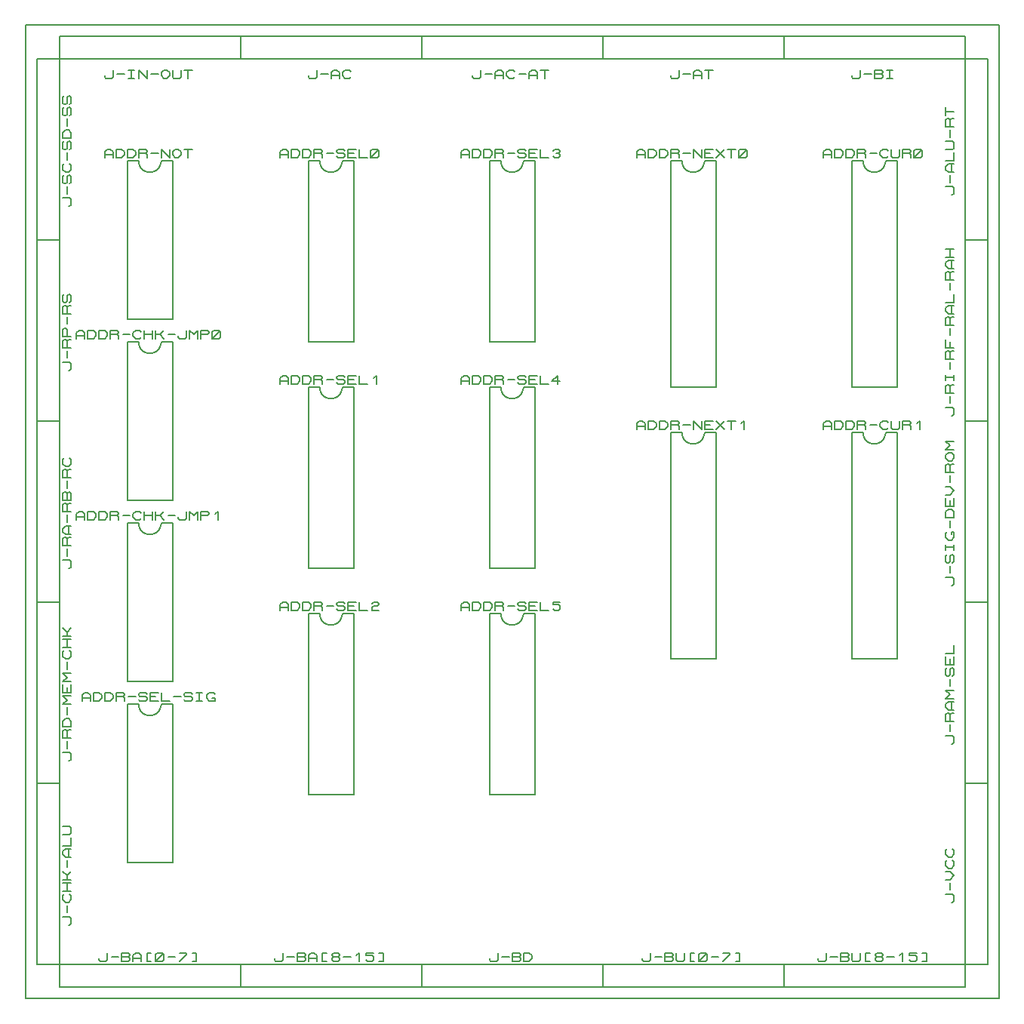
<source format=gbr>
G04 PROTEUS GERBER X2 FILE*
%TF.GenerationSoftware,Labcenter,Proteus,8.13-SP0-Build31525*%
%TF.CreationDate,2022-07-18T15:56:52+00:00*%
%TF.FileFunction,Legend,Top*%
%TF.FilePolarity,Positive*%
%TF.Part,Single*%
%TF.SameCoordinates,{834004b6-de26-4565-9fcf-6b40b17824ff}*%
%FSLAX45Y45*%
%MOMM*%
G01*
%TA.AperFunction,Profile*%
%ADD15C,0.203200*%
%TA.AperFunction,Material*%
%ADD16C,0.203200*%
%TD.AperFunction*%
D15*
X-5461000Y-5715000D02*
X+5461000Y-5715000D01*
X+5461000Y+5207000D01*
X-5461000Y+5207000D01*
X-5461000Y-5715000D01*
D16*
X-3048000Y+4826000D02*
X-1016000Y+4826000D01*
X-1016000Y+5080000D01*
X-3048000Y+5080000D01*
X-3048000Y+4826000D01*
X-2286000Y+4643120D02*
X-2286000Y+4627880D01*
X-2270125Y+4612640D01*
X-2206625Y+4612640D01*
X-2190750Y+4627880D01*
X-2190750Y+4704080D01*
X-2143125Y+4658360D02*
X-2063750Y+4658360D01*
X-2032000Y+4612640D02*
X-2032000Y+4673600D01*
X-2000250Y+4704080D01*
X-1968500Y+4704080D01*
X-1936750Y+4673600D01*
X-1936750Y+4612640D01*
X-2032000Y+4643120D02*
X-1936750Y+4643120D01*
X-1809750Y+4627880D02*
X-1825625Y+4612640D01*
X-1873250Y+4612640D01*
X-1905000Y+4643120D01*
X-1905000Y+4673600D01*
X-1873250Y+4704080D01*
X-1825625Y+4704080D01*
X-1809750Y+4688840D01*
X-1016000Y+4826000D02*
X+1016000Y+4826000D01*
X+1016000Y+5080000D01*
X-1016000Y+5080000D01*
X-1016000Y+4826000D01*
X-444500Y+4643120D02*
X-444500Y+4627880D01*
X-428625Y+4612640D01*
X-365125Y+4612640D01*
X-349250Y+4627880D01*
X-349250Y+4704080D01*
X-301625Y+4658360D02*
X-222250Y+4658360D01*
X-190500Y+4612640D02*
X-190500Y+4673600D01*
X-158750Y+4704080D01*
X-127000Y+4704080D01*
X-95250Y+4673600D01*
X-95250Y+4612640D01*
X-190500Y+4643120D02*
X-95250Y+4643120D01*
X+31750Y+4627880D02*
X+15875Y+4612640D01*
X-31750Y+4612640D01*
X-63500Y+4643120D01*
X-63500Y+4673600D01*
X-31750Y+4704080D01*
X+15875Y+4704080D01*
X+31750Y+4688840D01*
X+79375Y+4658360D02*
X+158750Y+4658360D01*
X+190500Y+4612640D02*
X+190500Y+4673600D01*
X+222250Y+4704080D01*
X+254000Y+4704080D01*
X+285750Y+4673600D01*
X+285750Y+4612640D01*
X+190500Y+4643120D02*
X+285750Y+4643120D01*
X+317500Y+4704080D02*
X+412750Y+4704080D01*
X+365125Y+4704080D02*
X+365125Y+4612640D01*
X+1016000Y+4826000D02*
X+3048000Y+4826000D01*
X+3048000Y+5080000D01*
X+1016000Y+5080000D01*
X+1016000Y+4826000D01*
X+1778000Y+4643120D02*
X+1778000Y+4627880D01*
X+1793875Y+4612640D01*
X+1857375Y+4612640D01*
X+1873250Y+4627880D01*
X+1873250Y+4704080D01*
X+1920875Y+4658360D02*
X+2000250Y+4658360D01*
X+2032000Y+4612640D02*
X+2032000Y+4673600D01*
X+2063750Y+4704080D01*
X+2095500Y+4704080D01*
X+2127250Y+4673600D01*
X+2127250Y+4612640D01*
X+2032000Y+4643120D02*
X+2127250Y+4643120D01*
X+2159000Y+4704080D02*
X+2254250Y+4704080D01*
X+2206625Y+4704080D02*
X+2206625Y+4612640D01*
X+3048000Y+4826000D02*
X+5080000Y+4826000D01*
X+5080000Y+5080000D01*
X+3048000Y+5080000D01*
X+3048000Y+4826000D01*
X+3810000Y+4643120D02*
X+3810000Y+4627880D01*
X+3825875Y+4612640D01*
X+3889375Y+4612640D01*
X+3905250Y+4627880D01*
X+3905250Y+4704080D01*
X+3952875Y+4658360D02*
X+4032250Y+4658360D01*
X+4064000Y+4612640D02*
X+4064000Y+4704080D01*
X+4143375Y+4704080D01*
X+4159250Y+4688840D01*
X+4159250Y+4673600D01*
X+4143375Y+4658360D01*
X+4159250Y+4643120D01*
X+4159250Y+4627880D01*
X+4143375Y+4612640D01*
X+4064000Y+4612640D01*
X+4064000Y+4658360D02*
X+4143375Y+4658360D01*
X+4206875Y+4704080D02*
X+4270375Y+4704080D01*
X+4238625Y+4704080D02*
X+4238625Y+4612640D01*
X+4206875Y+4612640D02*
X+4270375Y+4612640D01*
X-5080000Y+4826000D02*
X-3048000Y+4826000D01*
X-3048000Y+5080000D01*
X-5080000Y+5080000D01*
X-5080000Y+4826000D01*
X-4572000Y+4643120D02*
X-4572000Y+4627880D01*
X-4556125Y+4612640D01*
X-4492625Y+4612640D01*
X-4476750Y+4627880D01*
X-4476750Y+4704080D01*
X-4429125Y+4658360D02*
X-4349750Y+4658360D01*
X-4302125Y+4704080D02*
X-4238625Y+4704080D01*
X-4270375Y+4704080D02*
X-4270375Y+4612640D01*
X-4302125Y+4612640D02*
X-4238625Y+4612640D01*
X-4191000Y+4612640D02*
X-4191000Y+4704080D01*
X-4095750Y+4612640D01*
X-4095750Y+4704080D01*
X-4048125Y+4658360D02*
X-3968750Y+4658360D01*
X-3937000Y+4673600D02*
X-3905250Y+4704080D01*
X-3873500Y+4704080D01*
X-3841750Y+4673600D01*
X-3841750Y+4643120D01*
X-3873500Y+4612640D01*
X-3905250Y+4612640D01*
X-3937000Y+4643120D01*
X-3937000Y+4673600D01*
X-3810000Y+4704080D02*
X-3810000Y+4627880D01*
X-3794125Y+4612640D01*
X-3730625Y+4612640D01*
X-3714750Y+4627880D01*
X-3714750Y+4704080D01*
X-3683000Y+4704080D02*
X-3587750Y+4704080D01*
X-3635375Y+4704080D02*
X-3635375Y+4612640D01*
X-5080000Y-5588000D02*
X-3048000Y-5588000D01*
X-3048000Y-5334000D01*
X-5080000Y-5334000D01*
X-5080000Y-5588000D01*
X-4635500Y-5262880D02*
X-4635500Y-5278120D01*
X-4619625Y-5293360D01*
X-4556125Y-5293360D01*
X-4540250Y-5278120D01*
X-4540250Y-5201920D01*
X-4492625Y-5247640D02*
X-4413250Y-5247640D01*
X-4381500Y-5293360D02*
X-4381500Y-5201920D01*
X-4302125Y-5201920D01*
X-4286250Y-5217160D01*
X-4286250Y-5232400D01*
X-4302125Y-5247640D01*
X-4286250Y-5262880D01*
X-4286250Y-5278120D01*
X-4302125Y-5293360D01*
X-4381500Y-5293360D01*
X-4381500Y-5247640D02*
X-4302125Y-5247640D01*
X-4254500Y-5293360D02*
X-4254500Y-5232400D01*
X-4222750Y-5201920D01*
X-4191000Y-5201920D01*
X-4159250Y-5232400D01*
X-4159250Y-5293360D01*
X-4254500Y-5262880D02*
X-4159250Y-5262880D01*
X-4048125Y-5201920D02*
X-4095750Y-5201920D01*
X-4095750Y-5293360D01*
X-4048125Y-5293360D01*
X-4000500Y-5278120D02*
X-4000500Y-5217160D01*
X-3984625Y-5201920D01*
X-3921125Y-5201920D01*
X-3905250Y-5217160D01*
X-3905250Y-5278120D01*
X-3921125Y-5293360D01*
X-3984625Y-5293360D01*
X-4000500Y-5278120D01*
X-4000500Y-5293360D02*
X-3905250Y-5201920D01*
X-3857625Y-5247640D02*
X-3778250Y-5247640D01*
X-3730625Y-5201920D02*
X-3651250Y-5201920D01*
X-3651250Y-5217160D01*
X-3730625Y-5293360D01*
X-3587750Y-5201920D02*
X-3540125Y-5201920D01*
X-3540125Y-5293360D01*
X-3587750Y-5293360D01*
X-3048000Y-5588000D02*
X-1016000Y-5588000D01*
X-1016000Y-5334000D01*
X-3048000Y-5334000D01*
X-3048000Y-5588000D01*
X-2667000Y-5262880D02*
X-2667000Y-5278120D01*
X-2651125Y-5293360D01*
X-2587625Y-5293360D01*
X-2571750Y-5278120D01*
X-2571750Y-5201920D01*
X-2524125Y-5247640D02*
X-2444750Y-5247640D01*
X-2413000Y-5293360D02*
X-2413000Y-5201920D01*
X-2333625Y-5201920D01*
X-2317750Y-5217160D01*
X-2317750Y-5232400D01*
X-2333625Y-5247640D01*
X-2317750Y-5262880D01*
X-2317750Y-5278120D01*
X-2333625Y-5293360D01*
X-2413000Y-5293360D01*
X-2413000Y-5247640D02*
X-2333625Y-5247640D01*
X-2286000Y-5293360D02*
X-2286000Y-5232400D01*
X-2254250Y-5201920D01*
X-2222500Y-5201920D01*
X-2190750Y-5232400D01*
X-2190750Y-5293360D01*
X-2286000Y-5262880D02*
X-2190750Y-5262880D01*
X-2079625Y-5201920D02*
X-2127250Y-5201920D01*
X-2127250Y-5293360D01*
X-2079625Y-5293360D01*
X-2000250Y-5247640D02*
X-2016125Y-5232400D01*
X-2016125Y-5217160D01*
X-2000250Y-5201920D01*
X-1952625Y-5201920D01*
X-1936750Y-5217160D01*
X-1936750Y-5232400D01*
X-1952625Y-5247640D01*
X-2000250Y-5247640D01*
X-2016125Y-5262880D01*
X-2016125Y-5278120D01*
X-2000250Y-5293360D01*
X-1952625Y-5293360D01*
X-1936750Y-5278120D01*
X-1936750Y-5262880D01*
X-1952625Y-5247640D01*
X-1889125Y-5247640D02*
X-1809750Y-5247640D01*
X-1746250Y-5232400D02*
X-1714500Y-5201920D01*
X-1714500Y-5293360D01*
X-1555750Y-5201920D02*
X-1635125Y-5201920D01*
X-1635125Y-5232400D01*
X-1571625Y-5232400D01*
X-1555750Y-5247640D01*
X-1555750Y-5278120D01*
X-1571625Y-5293360D01*
X-1619250Y-5293360D01*
X-1635125Y-5278120D01*
X-1492250Y-5201920D02*
X-1444625Y-5201920D01*
X-1444625Y-5293360D01*
X-1492250Y-5293360D01*
X-1016000Y-5588000D02*
X+1016000Y-5588000D01*
X+1016000Y-5334000D01*
X-1016000Y-5334000D01*
X-1016000Y-5588000D01*
X-254000Y-5262880D02*
X-254000Y-5278120D01*
X-238125Y-5293360D01*
X-174625Y-5293360D01*
X-158750Y-5278120D01*
X-158750Y-5201920D01*
X-111125Y-5247640D02*
X-31750Y-5247640D01*
X+0Y-5293360D02*
X+0Y-5201920D01*
X+79375Y-5201920D01*
X+95250Y-5217160D01*
X+95250Y-5232400D01*
X+79375Y-5247640D01*
X+95250Y-5262880D01*
X+95250Y-5278120D01*
X+79375Y-5293360D01*
X+0Y-5293360D01*
X+0Y-5247640D02*
X+79375Y-5247640D01*
X+127000Y-5293360D02*
X+127000Y-5201920D01*
X+190500Y-5201920D01*
X+222250Y-5232400D01*
X+222250Y-5262880D01*
X+190500Y-5293360D01*
X+127000Y-5293360D01*
X+1016000Y-5588000D02*
X+3048000Y-5588000D01*
X+3048000Y-5334000D01*
X+1016000Y-5334000D01*
X+1016000Y-5588000D01*
X+1460500Y-5262880D02*
X+1460500Y-5278120D01*
X+1476375Y-5293360D01*
X+1539875Y-5293360D01*
X+1555750Y-5278120D01*
X+1555750Y-5201920D01*
X+1603375Y-5247640D02*
X+1682750Y-5247640D01*
X+1714500Y-5293360D02*
X+1714500Y-5201920D01*
X+1793875Y-5201920D01*
X+1809750Y-5217160D01*
X+1809750Y-5232400D01*
X+1793875Y-5247640D01*
X+1809750Y-5262880D01*
X+1809750Y-5278120D01*
X+1793875Y-5293360D01*
X+1714500Y-5293360D01*
X+1714500Y-5247640D02*
X+1793875Y-5247640D01*
X+1841500Y-5201920D02*
X+1841500Y-5278120D01*
X+1857375Y-5293360D01*
X+1920875Y-5293360D01*
X+1936750Y-5278120D01*
X+1936750Y-5201920D01*
X+2047875Y-5201920D02*
X+2000250Y-5201920D01*
X+2000250Y-5293360D01*
X+2047875Y-5293360D01*
X+2095500Y-5278120D02*
X+2095500Y-5217160D01*
X+2111375Y-5201920D01*
X+2174875Y-5201920D01*
X+2190750Y-5217160D01*
X+2190750Y-5278120D01*
X+2174875Y-5293360D01*
X+2111375Y-5293360D01*
X+2095500Y-5278120D01*
X+2095500Y-5293360D02*
X+2190750Y-5201920D01*
X+2238375Y-5247640D02*
X+2317750Y-5247640D01*
X+2365375Y-5201920D02*
X+2444750Y-5201920D01*
X+2444750Y-5217160D01*
X+2365375Y-5293360D01*
X+2508250Y-5201920D02*
X+2555875Y-5201920D01*
X+2555875Y-5293360D01*
X+2508250Y-5293360D01*
X+3048000Y-5588000D02*
X+5080000Y-5588000D01*
X+5080000Y-5334000D01*
X+3048000Y-5334000D01*
X+3048000Y-5588000D01*
X+3429000Y-5262880D02*
X+3429000Y-5278120D01*
X+3444875Y-5293360D01*
X+3508375Y-5293360D01*
X+3524250Y-5278120D01*
X+3524250Y-5201920D01*
X+3571875Y-5247640D02*
X+3651250Y-5247640D01*
X+3683000Y-5293360D02*
X+3683000Y-5201920D01*
X+3762375Y-5201920D01*
X+3778250Y-5217160D01*
X+3778250Y-5232400D01*
X+3762375Y-5247640D01*
X+3778250Y-5262880D01*
X+3778250Y-5278120D01*
X+3762375Y-5293360D01*
X+3683000Y-5293360D01*
X+3683000Y-5247640D02*
X+3762375Y-5247640D01*
X+3810000Y-5201920D02*
X+3810000Y-5278120D01*
X+3825875Y-5293360D01*
X+3889375Y-5293360D01*
X+3905250Y-5278120D01*
X+3905250Y-5201920D01*
X+4016375Y-5201920D02*
X+3968750Y-5201920D01*
X+3968750Y-5293360D01*
X+4016375Y-5293360D01*
X+4095750Y-5247640D02*
X+4079875Y-5232400D01*
X+4079875Y-5217160D01*
X+4095750Y-5201920D01*
X+4143375Y-5201920D01*
X+4159250Y-5217160D01*
X+4159250Y-5232400D01*
X+4143375Y-5247640D01*
X+4095750Y-5247640D01*
X+4079875Y-5262880D01*
X+4079875Y-5278120D01*
X+4095750Y-5293360D01*
X+4143375Y-5293360D01*
X+4159250Y-5278120D01*
X+4159250Y-5262880D01*
X+4143375Y-5247640D01*
X+4206875Y-5247640D02*
X+4286250Y-5247640D01*
X+4349750Y-5232400D02*
X+4381500Y-5201920D01*
X+4381500Y-5293360D01*
X+4540250Y-5201920D02*
X+4460875Y-5201920D01*
X+4460875Y-5232400D01*
X+4524375Y-5232400D01*
X+4540250Y-5247640D01*
X+4540250Y-5278120D01*
X+4524375Y-5293360D01*
X+4476750Y-5293360D01*
X+4460875Y-5278120D01*
X+4603750Y-5201920D02*
X+4651375Y-5201920D01*
X+4651375Y-5293360D01*
X+4603750Y-5293360D01*
X-5334000Y+2794000D02*
X-5080000Y+2794000D01*
X-5080000Y+4826000D01*
X-5334000Y+4826000D01*
X-5334000Y+2794000D01*
X-4978400Y+3175000D02*
X-4963160Y+3175000D01*
X-4947920Y+3190875D01*
X-4947920Y+3254375D01*
X-4963160Y+3270250D01*
X-5039360Y+3270250D01*
X-4993640Y+3317875D02*
X-4993640Y+3397250D01*
X-4963160Y+3429000D02*
X-4947920Y+3444875D01*
X-4947920Y+3508375D01*
X-4963160Y+3524250D01*
X-4978400Y+3524250D01*
X-4993640Y+3508375D01*
X-4993640Y+3444875D01*
X-5008880Y+3429000D01*
X-5024120Y+3429000D01*
X-5039360Y+3444875D01*
X-5039360Y+3508375D01*
X-5024120Y+3524250D01*
X-4963160Y+3651250D02*
X-4947920Y+3635375D01*
X-4947920Y+3587750D01*
X-4978400Y+3556000D01*
X-5008880Y+3556000D01*
X-5039360Y+3587750D01*
X-5039360Y+3635375D01*
X-5024120Y+3651250D01*
X-4993640Y+3698875D02*
X-4993640Y+3778250D01*
X-4963160Y+3810000D02*
X-4947920Y+3825875D01*
X-4947920Y+3889375D01*
X-4963160Y+3905250D01*
X-4978400Y+3905250D01*
X-4993640Y+3889375D01*
X-4993640Y+3825875D01*
X-5008880Y+3810000D01*
X-5024120Y+3810000D01*
X-5039360Y+3825875D01*
X-5039360Y+3889375D01*
X-5024120Y+3905250D01*
X-4947920Y+3937000D02*
X-5039360Y+3937000D01*
X-5039360Y+4000500D01*
X-5008880Y+4032250D01*
X-4978400Y+4032250D01*
X-4947920Y+4000500D01*
X-4947920Y+3937000D01*
X-4993640Y+4079875D02*
X-4993640Y+4159250D01*
X-4963160Y+4191000D02*
X-4947920Y+4206875D01*
X-4947920Y+4270375D01*
X-4963160Y+4286250D01*
X-4978400Y+4286250D01*
X-4993640Y+4270375D01*
X-4993640Y+4206875D01*
X-5008880Y+4191000D01*
X-5024120Y+4191000D01*
X-5039360Y+4206875D01*
X-5039360Y+4270375D01*
X-5024120Y+4286250D01*
X-4963160Y+4318000D02*
X-4947920Y+4333875D01*
X-4947920Y+4397375D01*
X-4963160Y+4413250D01*
X-4978400Y+4413250D01*
X-4993640Y+4397375D01*
X-4993640Y+4333875D01*
X-5008880Y+4318000D01*
X-5024120Y+4318000D01*
X-5039360Y+4333875D01*
X-5039360Y+4397375D01*
X-5024120Y+4413250D01*
X-5334000Y+762000D02*
X-5080000Y+762000D01*
X-5080000Y+2794000D01*
X-5334000Y+2794000D01*
X-5334000Y+762000D01*
X-4978400Y+1333500D02*
X-4963160Y+1333500D01*
X-4947920Y+1349375D01*
X-4947920Y+1412875D01*
X-4963160Y+1428750D01*
X-5039360Y+1428750D01*
X-4993640Y+1476375D02*
X-4993640Y+1555750D01*
X-4947920Y+1587500D02*
X-5039360Y+1587500D01*
X-5039360Y+1666875D01*
X-5024120Y+1682750D01*
X-5008880Y+1682750D01*
X-4993640Y+1666875D01*
X-4993640Y+1587500D01*
X-4993640Y+1666875D02*
X-4978400Y+1682750D01*
X-4947920Y+1682750D01*
X-4947920Y+1714500D02*
X-5039360Y+1714500D01*
X-5039360Y+1793875D01*
X-5024120Y+1809750D01*
X-5008880Y+1809750D01*
X-4993640Y+1793875D01*
X-4993640Y+1714500D01*
X-4993640Y+1857375D02*
X-4993640Y+1936750D01*
X-4947920Y+1968500D02*
X-5039360Y+1968500D01*
X-5039360Y+2047875D01*
X-5024120Y+2063750D01*
X-5008880Y+2063750D01*
X-4993640Y+2047875D01*
X-4993640Y+1968500D01*
X-4993640Y+2047875D02*
X-4978400Y+2063750D01*
X-4947920Y+2063750D01*
X-4963160Y+2095500D02*
X-4947920Y+2111375D01*
X-4947920Y+2174875D01*
X-4963160Y+2190750D01*
X-4978400Y+2190750D01*
X-4993640Y+2174875D01*
X-4993640Y+2111375D01*
X-5008880Y+2095500D01*
X-5024120Y+2095500D01*
X-5039360Y+2111375D01*
X-5039360Y+2174875D01*
X-5024120Y+2190750D01*
X-5334000Y-1270000D02*
X-5080000Y-1270000D01*
X-5080000Y+762000D01*
X-5334000Y+762000D01*
X-5334000Y-1270000D01*
X-4978400Y-889000D02*
X-4963160Y-889000D01*
X-4947920Y-873125D01*
X-4947920Y-809625D01*
X-4963160Y-793750D01*
X-5039360Y-793750D01*
X-4993640Y-746125D02*
X-4993640Y-666750D01*
X-4947920Y-635000D02*
X-5039360Y-635000D01*
X-5039360Y-555625D01*
X-5024120Y-539750D01*
X-5008880Y-539750D01*
X-4993640Y-555625D01*
X-4993640Y-635000D01*
X-4993640Y-555625D02*
X-4978400Y-539750D01*
X-4947920Y-539750D01*
X-4947920Y-508000D02*
X-5008880Y-508000D01*
X-5039360Y-476250D01*
X-5039360Y-444500D01*
X-5008880Y-412750D01*
X-4947920Y-412750D01*
X-4978400Y-508000D02*
X-4978400Y-412750D01*
X-4993640Y-365125D02*
X-4993640Y-285750D01*
X-4947920Y-254000D02*
X-5039360Y-254000D01*
X-5039360Y-174625D01*
X-5024120Y-158750D01*
X-5008880Y-158750D01*
X-4993640Y-174625D01*
X-4993640Y-254000D01*
X-4993640Y-174625D02*
X-4978400Y-158750D01*
X-4947920Y-158750D01*
X-4947920Y-127000D02*
X-5039360Y-127000D01*
X-5039360Y-47625D01*
X-5024120Y-31750D01*
X-5008880Y-31750D01*
X-4993640Y-47625D01*
X-4978400Y-31750D01*
X-4963160Y-31750D01*
X-4947920Y-47625D01*
X-4947920Y-127000D01*
X-4993640Y-127000D02*
X-4993640Y-47625D01*
X-4993640Y+15875D02*
X-4993640Y+95250D01*
X-4947920Y+127000D02*
X-5039360Y+127000D01*
X-5039360Y+206375D01*
X-5024120Y+222250D01*
X-5008880Y+222250D01*
X-4993640Y+206375D01*
X-4993640Y+127000D01*
X-4993640Y+206375D02*
X-4978400Y+222250D01*
X-4947920Y+222250D01*
X-4963160Y+349250D02*
X-4947920Y+333375D01*
X-4947920Y+285750D01*
X-4978400Y+254000D01*
X-5008880Y+254000D01*
X-5039360Y+285750D01*
X-5039360Y+333375D01*
X-5024120Y+349250D01*
X-5334000Y-3302000D02*
X-5080000Y-3302000D01*
X-5080000Y-1270000D01*
X-5334000Y-1270000D01*
X-5334000Y-3302000D01*
X-4978400Y-3048000D02*
X-4963160Y-3048000D01*
X-4947920Y-3032125D01*
X-4947920Y-2968625D01*
X-4963160Y-2952750D01*
X-5039360Y-2952750D01*
X-4993640Y-2905125D02*
X-4993640Y-2825750D01*
X-4947920Y-2794000D02*
X-5039360Y-2794000D01*
X-5039360Y-2714625D01*
X-5024120Y-2698750D01*
X-5008880Y-2698750D01*
X-4993640Y-2714625D01*
X-4993640Y-2794000D01*
X-4993640Y-2714625D02*
X-4978400Y-2698750D01*
X-4947920Y-2698750D01*
X-4947920Y-2667000D02*
X-5039360Y-2667000D01*
X-5039360Y-2603500D01*
X-5008880Y-2571750D01*
X-4978400Y-2571750D01*
X-4947920Y-2603500D01*
X-4947920Y-2667000D01*
X-4993640Y-2524125D02*
X-4993640Y-2444750D01*
X-4947920Y-2413000D02*
X-5039360Y-2413000D01*
X-4993640Y-2365375D01*
X-5039360Y-2317750D01*
X-4947920Y-2317750D01*
X-4947920Y-2190750D02*
X-4947920Y-2286000D01*
X-5039360Y-2286000D01*
X-5039360Y-2190750D01*
X-4993640Y-2286000D02*
X-4993640Y-2222500D01*
X-4947920Y-2159000D02*
X-5039360Y-2159000D01*
X-4993640Y-2111375D01*
X-5039360Y-2063750D01*
X-4947920Y-2063750D01*
X-4993640Y-2016125D02*
X-4993640Y-1936750D01*
X-4963160Y-1809750D02*
X-4947920Y-1825625D01*
X-4947920Y-1873250D01*
X-4978400Y-1905000D01*
X-5008880Y-1905000D01*
X-5039360Y-1873250D01*
X-5039360Y-1825625D01*
X-5024120Y-1809750D01*
X-4947920Y-1778000D02*
X-5039360Y-1778000D01*
X-5039360Y-1682750D02*
X-4947920Y-1682750D01*
X-4993640Y-1778000D02*
X-4993640Y-1682750D01*
X-5039360Y-1651000D02*
X-4947920Y-1651000D01*
X-5039360Y-1555750D02*
X-4993640Y-1603375D01*
X-4947920Y-1555750D01*
X-4993640Y-1651000D02*
X-4993640Y-1603375D01*
X-5334000Y-5334000D02*
X-5080000Y-5334000D01*
X-5080000Y-3302000D01*
X-5334000Y-3302000D01*
X-5334000Y-5334000D01*
X-4978400Y-4889500D02*
X-4963160Y-4889500D01*
X-4947920Y-4873625D01*
X-4947920Y-4810125D01*
X-4963160Y-4794250D01*
X-5039360Y-4794250D01*
X-4993640Y-4746625D02*
X-4993640Y-4667250D01*
X-4963160Y-4540250D02*
X-4947920Y-4556125D01*
X-4947920Y-4603750D01*
X-4978400Y-4635500D01*
X-5008880Y-4635500D01*
X-5039360Y-4603750D01*
X-5039360Y-4556125D01*
X-5024120Y-4540250D01*
X-4947920Y-4508500D02*
X-5039360Y-4508500D01*
X-5039360Y-4413250D02*
X-4947920Y-4413250D01*
X-4993640Y-4508500D02*
X-4993640Y-4413250D01*
X-5039360Y-4381500D02*
X-4947920Y-4381500D01*
X-5039360Y-4286250D02*
X-4993640Y-4333875D01*
X-4947920Y-4286250D01*
X-4993640Y-4381500D02*
X-4993640Y-4333875D01*
X-4993640Y-4238625D02*
X-4993640Y-4159250D01*
X-4947920Y-4127500D02*
X-5008880Y-4127500D01*
X-5039360Y-4095750D01*
X-5039360Y-4064000D01*
X-5008880Y-4032250D01*
X-4947920Y-4032250D01*
X-4978400Y-4127500D02*
X-4978400Y-4032250D01*
X-5039360Y-4000500D02*
X-4947920Y-4000500D01*
X-4947920Y-3905250D01*
X-5039360Y-3873500D02*
X-4963160Y-3873500D01*
X-4947920Y-3857625D01*
X-4947920Y-3794125D01*
X-4963160Y-3778250D01*
X-5039360Y-3778250D01*
X+5080000Y+2794000D02*
X+5334000Y+2794000D01*
X+5334000Y+4826000D01*
X+5080000Y+4826000D01*
X+5080000Y+2794000D01*
X+4927600Y+3302000D02*
X+4942840Y+3302000D01*
X+4958080Y+3317875D01*
X+4958080Y+3381375D01*
X+4942840Y+3397250D01*
X+4866640Y+3397250D01*
X+4912360Y+3444875D02*
X+4912360Y+3524250D01*
X+4958080Y+3556000D02*
X+4897120Y+3556000D01*
X+4866640Y+3587750D01*
X+4866640Y+3619500D01*
X+4897120Y+3651250D01*
X+4958080Y+3651250D01*
X+4927600Y+3556000D02*
X+4927600Y+3651250D01*
X+4866640Y+3683000D02*
X+4958080Y+3683000D01*
X+4958080Y+3778250D01*
X+4866640Y+3810000D02*
X+4942840Y+3810000D01*
X+4958080Y+3825875D01*
X+4958080Y+3889375D01*
X+4942840Y+3905250D01*
X+4866640Y+3905250D01*
X+4912360Y+3952875D02*
X+4912360Y+4032250D01*
X+4958080Y+4064000D02*
X+4866640Y+4064000D01*
X+4866640Y+4143375D01*
X+4881880Y+4159250D01*
X+4897120Y+4159250D01*
X+4912360Y+4143375D01*
X+4912360Y+4064000D01*
X+4912360Y+4143375D02*
X+4927600Y+4159250D01*
X+4958080Y+4159250D01*
X+4866640Y+4191000D02*
X+4866640Y+4286250D01*
X+4866640Y+4238625D02*
X+4958080Y+4238625D01*
X+5080000Y+762000D02*
X+5334000Y+762000D01*
X+5334000Y+2794000D01*
X+5080000Y+2794000D01*
X+5080000Y+762000D01*
X+4927600Y+825500D02*
X+4942840Y+825500D01*
X+4958080Y+841375D01*
X+4958080Y+904875D01*
X+4942840Y+920750D01*
X+4866640Y+920750D01*
X+4912360Y+968375D02*
X+4912360Y+1047750D01*
X+4958080Y+1079500D02*
X+4866640Y+1079500D01*
X+4866640Y+1158875D01*
X+4881880Y+1174750D01*
X+4897120Y+1174750D01*
X+4912360Y+1158875D01*
X+4912360Y+1079500D01*
X+4912360Y+1158875D02*
X+4927600Y+1174750D01*
X+4958080Y+1174750D01*
X+4866640Y+1222375D02*
X+4866640Y+1285875D01*
X+4866640Y+1254125D02*
X+4958080Y+1254125D01*
X+4958080Y+1222375D02*
X+4958080Y+1285875D01*
X+4912360Y+1349375D02*
X+4912360Y+1428750D01*
X+4958080Y+1460500D02*
X+4866640Y+1460500D01*
X+4866640Y+1539875D01*
X+4881880Y+1555750D01*
X+4897120Y+1555750D01*
X+4912360Y+1539875D01*
X+4912360Y+1460500D01*
X+4912360Y+1539875D02*
X+4927600Y+1555750D01*
X+4958080Y+1555750D01*
X+4958080Y+1587500D02*
X+4866640Y+1587500D01*
X+4866640Y+1682750D01*
X+4912360Y+1587500D02*
X+4912360Y+1651000D01*
X+4912360Y+1730375D02*
X+4912360Y+1809750D01*
X+4958080Y+1841500D02*
X+4866640Y+1841500D01*
X+4866640Y+1920875D01*
X+4881880Y+1936750D01*
X+4897120Y+1936750D01*
X+4912360Y+1920875D01*
X+4912360Y+1841500D01*
X+4912360Y+1920875D02*
X+4927600Y+1936750D01*
X+4958080Y+1936750D01*
X+4958080Y+1968500D02*
X+4897120Y+1968500D01*
X+4866640Y+2000250D01*
X+4866640Y+2032000D01*
X+4897120Y+2063750D01*
X+4958080Y+2063750D01*
X+4927600Y+1968500D02*
X+4927600Y+2063750D01*
X+4866640Y+2095500D02*
X+4958080Y+2095500D01*
X+4958080Y+2190750D01*
X+4912360Y+2238375D02*
X+4912360Y+2317750D01*
X+4958080Y+2349500D02*
X+4866640Y+2349500D01*
X+4866640Y+2428875D01*
X+4881880Y+2444750D01*
X+4897120Y+2444750D01*
X+4912360Y+2428875D01*
X+4912360Y+2349500D01*
X+4912360Y+2428875D02*
X+4927600Y+2444750D01*
X+4958080Y+2444750D01*
X+4958080Y+2476500D02*
X+4897120Y+2476500D01*
X+4866640Y+2508250D01*
X+4866640Y+2540000D01*
X+4897120Y+2571750D01*
X+4958080Y+2571750D01*
X+4927600Y+2476500D02*
X+4927600Y+2571750D01*
X+4958080Y+2603500D02*
X+4866640Y+2603500D01*
X+4866640Y+2698750D02*
X+4958080Y+2698750D01*
X+4912360Y+2603500D02*
X+4912360Y+2698750D01*
X+5080000Y-1270000D02*
X+5334000Y-1270000D01*
X+5334000Y+762000D01*
X+5080000Y+762000D01*
X+5080000Y-1270000D01*
X+4927600Y-1079500D02*
X+4942840Y-1079500D01*
X+4958080Y-1063625D01*
X+4958080Y-1000125D01*
X+4942840Y-984250D01*
X+4866640Y-984250D01*
X+4912360Y-936625D02*
X+4912360Y-857250D01*
X+4942840Y-825500D02*
X+4958080Y-809625D01*
X+4958080Y-746125D01*
X+4942840Y-730250D01*
X+4927600Y-730250D01*
X+4912360Y-746125D01*
X+4912360Y-809625D01*
X+4897120Y-825500D01*
X+4881880Y-825500D01*
X+4866640Y-809625D01*
X+4866640Y-746125D01*
X+4881880Y-730250D01*
X+4866640Y-682625D02*
X+4866640Y-619125D01*
X+4866640Y-650875D02*
X+4958080Y-650875D01*
X+4958080Y-682625D02*
X+4958080Y-619125D01*
X+4927600Y-508000D02*
X+4927600Y-476250D01*
X+4958080Y-476250D01*
X+4958080Y-539750D01*
X+4927600Y-571500D01*
X+4897120Y-571500D01*
X+4866640Y-539750D01*
X+4866640Y-492125D01*
X+4881880Y-476250D01*
X+4912360Y-428625D02*
X+4912360Y-349250D01*
X+4958080Y-317500D02*
X+4866640Y-317500D01*
X+4866640Y-254000D01*
X+4897120Y-222250D01*
X+4927600Y-222250D01*
X+4958080Y-254000D01*
X+4958080Y-317500D01*
X+4958080Y-95250D02*
X+4958080Y-190500D01*
X+4866640Y-190500D01*
X+4866640Y-95250D01*
X+4912360Y-190500D02*
X+4912360Y-127000D01*
X+4866640Y-63500D02*
X+4912360Y-63500D01*
X+4958080Y-15875D01*
X+4912360Y+31750D01*
X+4866640Y+31750D01*
X+4912360Y+79375D02*
X+4912360Y+158750D01*
X+4958080Y+190500D02*
X+4866640Y+190500D01*
X+4866640Y+269875D01*
X+4881880Y+285750D01*
X+4897120Y+285750D01*
X+4912360Y+269875D01*
X+4912360Y+190500D01*
X+4912360Y+269875D02*
X+4927600Y+285750D01*
X+4958080Y+285750D01*
X+4897120Y+317500D02*
X+4866640Y+349250D01*
X+4866640Y+381000D01*
X+4897120Y+412750D01*
X+4927600Y+412750D01*
X+4958080Y+381000D01*
X+4958080Y+349250D01*
X+4927600Y+317500D01*
X+4897120Y+317500D01*
X+4958080Y+444500D02*
X+4866640Y+444500D01*
X+4912360Y+492125D01*
X+4866640Y+539750D01*
X+4958080Y+539750D01*
X+5080000Y-3302000D02*
X+5334000Y-3302000D01*
X+5334000Y-1270000D01*
X+5080000Y-1270000D01*
X+5080000Y-3302000D01*
X+4927600Y-2857500D02*
X+4942840Y-2857500D01*
X+4958080Y-2841625D01*
X+4958080Y-2778125D01*
X+4942840Y-2762250D01*
X+4866640Y-2762250D01*
X+4912360Y-2714625D02*
X+4912360Y-2635250D01*
X+4958080Y-2603500D02*
X+4866640Y-2603500D01*
X+4866640Y-2524125D01*
X+4881880Y-2508250D01*
X+4897120Y-2508250D01*
X+4912360Y-2524125D01*
X+4912360Y-2603500D01*
X+4912360Y-2524125D02*
X+4927600Y-2508250D01*
X+4958080Y-2508250D01*
X+4958080Y-2476500D02*
X+4897120Y-2476500D01*
X+4866640Y-2444750D01*
X+4866640Y-2413000D01*
X+4897120Y-2381250D01*
X+4958080Y-2381250D01*
X+4927600Y-2476500D02*
X+4927600Y-2381250D01*
X+4958080Y-2349500D02*
X+4866640Y-2349500D01*
X+4912360Y-2301875D01*
X+4866640Y-2254250D01*
X+4958080Y-2254250D01*
X+4912360Y-2206625D02*
X+4912360Y-2127250D01*
X+4942840Y-2095500D02*
X+4958080Y-2079625D01*
X+4958080Y-2016125D01*
X+4942840Y-2000250D01*
X+4927600Y-2000250D01*
X+4912360Y-2016125D01*
X+4912360Y-2079625D01*
X+4897120Y-2095500D01*
X+4881880Y-2095500D01*
X+4866640Y-2079625D01*
X+4866640Y-2016125D01*
X+4881880Y-2000250D01*
X+4958080Y-1873250D02*
X+4958080Y-1968500D01*
X+4866640Y-1968500D01*
X+4866640Y-1873250D01*
X+4912360Y-1968500D02*
X+4912360Y-1905000D01*
X+4866640Y-1841500D02*
X+4958080Y-1841500D01*
X+4958080Y-1746250D01*
X+5080000Y-5334000D02*
X+5334000Y-5334000D01*
X+5334000Y-3302000D01*
X+5080000Y-3302000D01*
X+5080000Y-5334000D01*
X+4927600Y-4635500D02*
X+4942840Y-4635500D01*
X+4958080Y-4619625D01*
X+4958080Y-4556125D01*
X+4942840Y-4540250D01*
X+4866640Y-4540250D01*
X+4912360Y-4492625D02*
X+4912360Y-4413250D01*
X+4866640Y-4381500D02*
X+4912360Y-4381500D01*
X+4958080Y-4333875D01*
X+4912360Y-4286250D01*
X+4866640Y-4286250D01*
X+4942840Y-4159250D02*
X+4958080Y-4175125D01*
X+4958080Y-4222750D01*
X+4927600Y-4254500D01*
X+4897120Y-4254500D01*
X+4866640Y-4222750D01*
X+4866640Y-4175125D01*
X+4881880Y-4159250D01*
X+4942840Y-4032250D02*
X+4958080Y-4048125D01*
X+4958080Y-4095750D01*
X+4927600Y-4127500D01*
X+4897120Y-4127500D01*
X+4866640Y-4095750D01*
X+4866640Y-4048125D01*
X+4881880Y-4032250D01*
X-3937000Y+3683000D02*
X-3810000Y+3683000D01*
X-4318000Y+3683000D02*
X-4191000Y+3683000D01*
X-4064000Y+3556000D02*
X-4038124Y+3558436D01*
X-4014152Y+3565485D01*
X-3992562Y+3576762D01*
X-3973830Y+3591878D01*
X-3958431Y+3610446D01*
X-3946842Y+3632081D01*
X-3939540Y+3656394D01*
X-3937000Y+3683000D01*
X-4064000Y+3556000D02*
X-4090606Y+3558436D01*
X-4114919Y+3565485D01*
X-4136554Y+3576762D01*
X-4155122Y+3591878D01*
X-4170238Y+3610446D01*
X-4181515Y+3632081D01*
X-4188564Y+3656394D01*
X-4191000Y+3683000D01*
X-4318000Y+3683000D02*
X-4318000Y+1905000D01*
X-3810000Y+1905000D01*
X-3810000Y+3683000D01*
X-4572000Y+3723640D02*
X-4572000Y+3784600D01*
X-4540250Y+3815080D01*
X-4508500Y+3815080D01*
X-4476750Y+3784600D01*
X-4476750Y+3723640D01*
X-4572000Y+3754120D02*
X-4476750Y+3754120D01*
X-4445000Y+3723640D02*
X-4445000Y+3815080D01*
X-4381500Y+3815080D01*
X-4349750Y+3784600D01*
X-4349750Y+3754120D01*
X-4381500Y+3723640D01*
X-4445000Y+3723640D01*
X-4318000Y+3723640D02*
X-4318000Y+3815080D01*
X-4254500Y+3815080D01*
X-4222750Y+3784600D01*
X-4222750Y+3754120D01*
X-4254500Y+3723640D01*
X-4318000Y+3723640D01*
X-4191000Y+3723640D02*
X-4191000Y+3815080D01*
X-4111625Y+3815080D01*
X-4095750Y+3799840D01*
X-4095750Y+3784600D01*
X-4111625Y+3769360D01*
X-4191000Y+3769360D01*
X-4111625Y+3769360D02*
X-4095750Y+3754120D01*
X-4095750Y+3723640D01*
X-4048125Y+3769360D02*
X-3968750Y+3769360D01*
X-3937000Y+3723640D02*
X-3937000Y+3815080D01*
X-3841750Y+3723640D01*
X-3841750Y+3815080D01*
X-3810000Y+3784600D02*
X-3778250Y+3815080D01*
X-3746500Y+3815080D01*
X-3714750Y+3784600D01*
X-3714750Y+3754120D01*
X-3746500Y+3723640D01*
X-3778250Y+3723640D01*
X-3810000Y+3754120D01*
X-3810000Y+3784600D01*
X-3683000Y+3815080D02*
X-3587750Y+3815080D01*
X-3635375Y+3815080D02*
X-3635375Y+3723640D01*
X-3937000Y+1651000D02*
X-3810000Y+1651000D01*
X-4318000Y+1651000D02*
X-4191000Y+1651000D01*
X-4064000Y+1524000D02*
X-4038124Y+1526436D01*
X-4014152Y+1533485D01*
X-3992562Y+1544762D01*
X-3973830Y+1559878D01*
X-3958431Y+1578446D01*
X-3946842Y+1600081D01*
X-3939540Y+1624394D01*
X-3937000Y+1651000D01*
X-4064000Y+1524000D02*
X-4090606Y+1526436D01*
X-4114919Y+1533485D01*
X-4136554Y+1544762D01*
X-4155122Y+1559878D01*
X-4170238Y+1578446D01*
X-4181515Y+1600081D01*
X-4188564Y+1624394D01*
X-4191000Y+1651000D01*
X-4318000Y+1651000D02*
X-4318000Y-127000D01*
X-3810000Y-127000D01*
X-3810000Y+1651000D01*
X-4889500Y+1691640D02*
X-4889500Y+1752600D01*
X-4857750Y+1783080D01*
X-4826000Y+1783080D01*
X-4794250Y+1752600D01*
X-4794250Y+1691640D01*
X-4889500Y+1722120D02*
X-4794250Y+1722120D01*
X-4762500Y+1691640D02*
X-4762500Y+1783080D01*
X-4699000Y+1783080D01*
X-4667250Y+1752600D01*
X-4667250Y+1722120D01*
X-4699000Y+1691640D01*
X-4762500Y+1691640D01*
X-4635500Y+1691640D02*
X-4635500Y+1783080D01*
X-4572000Y+1783080D01*
X-4540250Y+1752600D01*
X-4540250Y+1722120D01*
X-4572000Y+1691640D01*
X-4635500Y+1691640D01*
X-4508500Y+1691640D02*
X-4508500Y+1783080D01*
X-4429125Y+1783080D01*
X-4413250Y+1767840D01*
X-4413250Y+1752600D01*
X-4429125Y+1737360D01*
X-4508500Y+1737360D01*
X-4429125Y+1737360D02*
X-4413250Y+1722120D01*
X-4413250Y+1691640D01*
X-4365625Y+1737360D02*
X-4286250Y+1737360D01*
X-4159250Y+1706880D02*
X-4175125Y+1691640D01*
X-4222750Y+1691640D01*
X-4254500Y+1722120D01*
X-4254500Y+1752600D01*
X-4222750Y+1783080D01*
X-4175125Y+1783080D01*
X-4159250Y+1767840D01*
X-4127500Y+1691640D02*
X-4127500Y+1783080D01*
X-4032250Y+1783080D02*
X-4032250Y+1691640D01*
X-4127500Y+1737360D02*
X-4032250Y+1737360D01*
X-4000500Y+1783080D02*
X-4000500Y+1691640D01*
X-3905250Y+1783080D02*
X-3952875Y+1737360D01*
X-3905250Y+1691640D01*
X-4000500Y+1737360D02*
X-3952875Y+1737360D01*
X-3857625Y+1737360D02*
X-3778250Y+1737360D01*
X-3746500Y+1722120D02*
X-3746500Y+1706880D01*
X-3730625Y+1691640D01*
X-3667125Y+1691640D01*
X-3651250Y+1706880D01*
X-3651250Y+1783080D01*
X-3619500Y+1691640D02*
X-3619500Y+1783080D01*
X-3571875Y+1737360D01*
X-3524250Y+1783080D01*
X-3524250Y+1691640D01*
X-3492500Y+1691640D02*
X-3492500Y+1783080D01*
X-3413125Y+1783080D01*
X-3397250Y+1767840D01*
X-3397250Y+1752600D01*
X-3413125Y+1737360D01*
X-3492500Y+1737360D01*
X-3365500Y+1706880D02*
X-3365500Y+1767840D01*
X-3349625Y+1783080D01*
X-3286125Y+1783080D01*
X-3270250Y+1767840D01*
X-3270250Y+1706880D01*
X-3286125Y+1691640D01*
X-3349625Y+1691640D01*
X-3365500Y+1706880D01*
X-3365500Y+1691640D02*
X-3270250Y+1783080D01*
X-3937000Y-381000D02*
X-3810000Y-381000D01*
X-4318000Y-381000D02*
X-4191000Y-381000D01*
X-4064000Y-508000D02*
X-4038124Y-505564D01*
X-4014152Y-498515D01*
X-3992562Y-487238D01*
X-3973830Y-472122D01*
X-3958431Y-453554D01*
X-3946842Y-431919D01*
X-3939540Y-407606D01*
X-3937000Y-381000D01*
X-4064000Y-508000D02*
X-4090606Y-505564D01*
X-4114919Y-498515D01*
X-4136554Y-487238D01*
X-4155122Y-472122D01*
X-4170238Y-453554D01*
X-4181515Y-431919D01*
X-4188564Y-407606D01*
X-4191000Y-381000D01*
X-4318000Y-381000D02*
X-4318000Y-2159000D01*
X-3810000Y-2159000D01*
X-3810000Y-381000D01*
X-4889500Y-340360D02*
X-4889500Y-279400D01*
X-4857750Y-248920D01*
X-4826000Y-248920D01*
X-4794250Y-279400D01*
X-4794250Y-340360D01*
X-4889500Y-309880D02*
X-4794250Y-309880D01*
X-4762500Y-340360D02*
X-4762500Y-248920D01*
X-4699000Y-248920D01*
X-4667250Y-279400D01*
X-4667250Y-309880D01*
X-4699000Y-340360D01*
X-4762500Y-340360D01*
X-4635500Y-340360D02*
X-4635500Y-248920D01*
X-4572000Y-248920D01*
X-4540250Y-279400D01*
X-4540250Y-309880D01*
X-4572000Y-340360D01*
X-4635500Y-340360D01*
X-4508500Y-340360D02*
X-4508500Y-248920D01*
X-4429125Y-248920D01*
X-4413250Y-264160D01*
X-4413250Y-279400D01*
X-4429125Y-294640D01*
X-4508500Y-294640D01*
X-4429125Y-294640D02*
X-4413250Y-309880D01*
X-4413250Y-340360D01*
X-4365625Y-294640D02*
X-4286250Y-294640D01*
X-4159250Y-325120D02*
X-4175125Y-340360D01*
X-4222750Y-340360D01*
X-4254500Y-309880D01*
X-4254500Y-279400D01*
X-4222750Y-248920D01*
X-4175125Y-248920D01*
X-4159250Y-264160D01*
X-4127500Y-340360D02*
X-4127500Y-248920D01*
X-4032250Y-248920D02*
X-4032250Y-340360D01*
X-4127500Y-294640D02*
X-4032250Y-294640D01*
X-4000500Y-248920D02*
X-4000500Y-340360D01*
X-3905250Y-248920D02*
X-3952875Y-294640D01*
X-3905250Y-340360D01*
X-4000500Y-294640D02*
X-3952875Y-294640D01*
X-3857625Y-294640D02*
X-3778250Y-294640D01*
X-3746500Y-309880D02*
X-3746500Y-325120D01*
X-3730625Y-340360D01*
X-3667125Y-340360D01*
X-3651250Y-325120D01*
X-3651250Y-248920D01*
X-3619500Y-340360D02*
X-3619500Y-248920D01*
X-3571875Y-294640D01*
X-3524250Y-248920D01*
X-3524250Y-340360D01*
X-3492500Y-340360D02*
X-3492500Y-248920D01*
X-3413125Y-248920D01*
X-3397250Y-264160D01*
X-3397250Y-279400D01*
X-3413125Y-294640D01*
X-3492500Y-294640D01*
X-3333750Y-279400D02*
X-3302000Y-248920D01*
X-3302000Y-340360D01*
X-3937000Y-2413000D02*
X-3810000Y-2413000D01*
X-4318000Y-2413000D02*
X-4191000Y-2413000D01*
X-4064000Y-2540000D02*
X-4038124Y-2537564D01*
X-4014152Y-2530515D01*
X-3992562Y-2519238D01*
X-3973830Y-2504122D01*
X-3958431Y-2485554D01*
X-3946842Y-2463919D01*
X-3939540Y-2439606D01*
X-3937000Y-2413000D01*
X-4064000Y-2540000D02*
X-4090606Y-2537564D01*
X-4114919Y-2530515D01*
X-4136554Y-2519238D01*
X-4155122Y-2504122D01*
X-4170238Y-2485554D01*
X-4181515Y-2463919D01*
X-4188564Y-2439606D01*
X-4191000Y-2413000D01*
X-4318000Y-2413000D02*
X-4318000Y-4191000D01*
X-3810000Y-4191000D01*
X-3810000Y-2413000D01*
X-4826000Y-2372360D02*
X-4826000Y-2311400D01*
X-4794250Y-2280920D01*
X-4762500Y-2280920D01*
X-4730750Y-2311400D01*
X-4730750Y-2372360D01*
X-4826000Y-2341880D02*
X-4730750Y-2341880D01*
X-4699000Y-2372360D02*
X-4699000Y-2280920D01*
X-4635500Y-2280920D01*
X-4603750Y-2311400D01*
X-4603750Y-2341880D01*
X-4635500Y-2372360D01*
X-4699000Y-2372360D01*
X-4572000Y-2372360D02*
X-4572000Y-2280920D01*
X-4508500Y-2280920D01*
X-4476750Y-2311400D01*
X-4476750Y-2341880D01*
X-4508500Y-2372360D01*
X-4572000Y-2372360D01*
X-4445000Y-2372360D02*
X-4445000Y-2280920D01*
X-4365625Y-2280920D01*
X-4349750Y-2296160D01*
X-4349750Y-2311400D01*
X-4365625Y-2326640D01*
X-4445000Y-2326640D01*
X-4365625Y-2326640D02*
X-4349750Y-2341880D01*
X-4349750Y-2372360D01*
X-4302125Y-2326640D02*
X-4222750Y-2326640D01*
X-4191000Y-2357120D02*
X-4175125Y-2372360D01*
X-4111625Y-2372360D01*
X-4095750Y-2357120D01*
X-4095750Y-2341880D01*
X-4111625Y-2326640D01*
X-4175125Y-2326640D01*
X-4191000Y-2311400D01*
X-4191000Y-2296160D01*
X-4175125Y-2280920D01*
X-4111625Y-2280920D01*
X-4095750Y-2296160D01*
X-3968750Y-2372360D02*
X-4064000Y-2372360D01*
X-4064000Y-2280920D01*
X-3968750Y-2280920D01*
X-4064000Y-2326640D02*
X-4000500Y-2326640D01*
X-3937000Y-2280920D02*
X-3937000Y-2372360D01*
X-3841750Y-2372360D01*
X-3794125Y-2326640D02*
X-3714750Y-2326640D01*
X-3683000Y-2357120D02*
X-3667125Y-2372360D01*
X-3603625Y-2372360D01*
X-3587750Y-2357120D01*
X-3587750Y-2341880D01*
X-3603625Y-2326640D01*
X-3667125Y-2326640D01*
X-3683000Y-2311400D01*
X-3683000Y-2296160D01*
X-3667125Y-2280920D01*
X-3603625Y-2280920D01*
X-3587750Y-2296160D01*
X-3540125Y-2280920D02*
X-3476625Y-2280920D01*
X-3508375Y-2280920D02*
X-3508375Y-2372360D01*
X-3540125Y-2372360D02*
X-3476625Y-2372360D01*
X-3365500Y-2341880D02*
X-3333750Y-2341880D01*
X-3333750Y-2372360D01*
X-3397250Y-2372360D01*
X-3429000Y-2341880D01*
X-3429000Y-2311400D01*
X-3397250Y-2280920D01*
X-3349625Y-2280920D01*
X-3333750Y-2296160D01*
X-2286000Y+3683000D02*
X-2159000Y+3683000D01*
X-2032000Y+3556000D02*
X-2006124Y+3558436D01*
X-1982152Y+3565485D01*
X-1960562Y+3576762D01*
X-1941830Y+3591878D01*
X-1926431Y+3610446D01*
X-1914842Y+3632081D01*
X-1907540Y+3656394D01*
X-1905000Y+3683000D01*
X-2032000Y+3556000D02*
X-2058606Y+3558436D01*
X-2082919Y+3565485D01*
X-2104554Y+3576762D01*
X-2123122Y+3591878D01*
X-2138238Y+3610446D01*
X-2149515Y+3632081D01*
X-2156564Y+3656394D01*
X-2159000Y+3683000D01*
X-1905000Y+3683000D02*
X-1778000Y+3683000D01*
X-2286000Y+1651000D02*
X-1778000Y+1651000D01*
X-2286000Y+3683000D02*
X-2286000Y+1651000D01*
X-1778000Y+1651000D02*
X-1778000Y+3683000D01*
X-2603500Y+3723640D02*
X-2603500Y+3784600D01*
X-2571750Y+3815080D01*
X-2540000Y+3815080D01*
X-2508250Y+3784600D01*
X-2508250Y+3723640D01*
X-2603500Y+3754120D02*
X-2508250Y+3754120D01*
X-2476500Y+3723640D02*
X-2476500Y+3815080D01*
X-2413000Y+3815080D01*
X-2381250Y+3784600D01*
X-2381250Y+3754120D01*
X-2413000Y+3723640D01*
X-2476500Y+3723640D01*
X-2349500Y+3723640D02*
X-2349500Y+3815080D01*
X-2286000Y+3815080D01*
X-2254250Y+3784600D01*
X-2254250Y+3754120D01*
X-2286000Y+3723640D01*
X-2349500Y+3723640D01*
X-2222500Y+3723640D02*
X-2222500Y+3815080D01*
X-2143125Y+3815080D01*
X-2127250Y+3799840D01*
X-2127250Y+3784600D01*
X-2143125Y+3769360D01*
X-2222500Y+3769360D01*
X-2143125Y+3769360D02*
X-2127250Y+3754120D01*
X-2127250Y+3723640D01*
X-2079625Y+3769360D02*
X-2000250Y+3769360D01*
X-1968500Y+3738880D02*
X-1952625Y+3723640D01*
X-1889125Y+3723640D01*
X-1873250Y+3738880D01*
X-1873250Y+3754120D01*
X-1889125Y+3769360D01*
X-1952625Y+3769360D01*
X-1968500Y+3784600D01*
X-1968500Y+3799840D01*
X-1952625Y+3815080D01*
X-1889125Y+3815080D01*
X-1873250Y+3799840D01*
X-1746250Y+3723640D02*
X-1841500Y+3723640D01*
X-1841500Y+3815080D01*
X-1746250Y+3815080D01*
X-1841500Y+3769360D02*
X-1778000Y+3769360D01*
X-1714500Y+3815080D02*
X-1714500Y+3723640D01*
X-1619250Y+3723640D01*
X-1587500Y+3738880D02*
X-1587500Y+3799840D01*
X-1571625Y+3815080D01*
X-1508125Y+3815080D01*
X-1492250Y+3799840D01*
X-1492250Y+3738880D01*
X-1508125Y+3723640D01*
X-1571625Y+3723640D01*
X-1587500Y+3738880D01*
X-1587500Y+3723640D02*
X-1492250Y+3815080D01*
X-2286000Y+1143000D02*
X-2159000Y+1143000D01*
X-2032000Y+1016000D02*
X-2006124Y+1018436D01*
X-1982152Y+1025485D01*
X-1960562Y+1036762D01*
X-1941830Y+1051878D01*
X-1926431Y+1070446D01*
X-1914842Y+1092081D01*
X-1907540Y+1116394D01*
X-1905000Y+1143000D01*
X-2032000Y+1016000D02*
X-2058606Y+1018436D01*
X-2082919Y+1025485D01*
X-2104554Y+1036762D01*
X-2123122Y+1051878D01*
X-2138238Y+1070446D01*
X-2149515Y+1092081D01*
X-2156564Y+1116394D01*
X-2159000Y+1143000D01*
X-1905000Y+1143000D02*
X-1778000Y+1143000D01*
X-2286000Y-889000D02*
X-1778000Y-889000D01*
X-2286000Y+1143000D02*
X-2286000Y-889000D01*
X-1778000Y-889000D02*
X-1778000Y+1143000D01*
X-2603500Y+1183640D02*
X-2603500Y+1244600D01*
X-2571750Y+1275080D01*
X-2540000Y+1275080D01*
X-2508250Y+1244600D01*
X-2508250Y+1183640D01*
X-2603500Y+1214120D02*
X-2508250Y+1214120D01*
X-2476500Y+1183640D02*
X-2476500Y+1275080D01*
X-2413000Y+1275080D01*
X-2381250Y+1244600D01*
X-2381250Y+1214120D01*
X-2413000Y+1183640D01*
X-2476500Y+1183640D01*
X-2349500Y+1183640D02*
X-2349500Y+1275080D01*
X-2286000Y+1275080D01*
X-2254250Y+1244600D01*
X-2254250Y+1214120D01*
X-2286000Y+1183640D01*
X-2349500Y+1183640D01*
X-2222500Y+1183640D02*
X-2222500Y+1275080D01*
X-2143125Y+1275080D01*
X-2127250Y+1259840D01*
X-2127250Y+1244600D01*
X-2143125Y+1229360D01*
X-2222500Y+1229360D01*
X-2143125Y+1229360D02*
X-2127250Y+1214120D01*
X-2127250Y+1183640D01*
X-2079625Y+1229360D02*
X-2000250Y+1229360D01*
X-1968500Y+1198880D02*
X-1952625Y+1183640D01*
X-1889125Y+1183640D01*
X-1873250Y+1198880D01*
X-1873250Y+1214120D01*
X-1889125Y+1229360D01*
X-1952625Y+1229360D01*
X-1968500Y+1244600D01*
X-1968500Y+1259840D01*
X-1952625Y+1275080D01*
X-1889125Y+1275080D01*
X-1873250Y+1259840D01*
X-1746250Y+1183640D02*
X-1841500Y+1183640D01*
X-1841500Y+1275080D01*
X-1746250Y+1275080D01*
X-1841500Y+1229360D02*
X-1778000Y+1229360D01*
X-1714500Y+1275080D02*
X-1714500Y+1183640D01*
X-1619250Y+1183640D01*
X-1555750Y+1244600D02*
X-1524000Y+1275080D01*
X-1524000Y+1183640D01*
X-2286000Y-1397000D02*
X-2159000Y-1397000D01*
X-2032000Y-1524000D02*
X-2006124Y-1521564D01*
X-1982152Y-1514515D01*
X-1960562Y-1503238D01*
X-1941830Y-1488122D01*
X-1926431Y-1469554D01*
X-1914842Y-1447919D01*
X-1907540Y-1423606D01*
X-1905000Y-1397000D01*
X-2032000Y-1524000D02*
X-2058606Y-1521564D01*
X-2082919Y-1514515D01*
X-2104554Y-1503238D01*
X-2123122Y-1488122D01*
X-2138238Y-1469554D01*
X-2149515Y-1447919D01*
X-2156564Y-1423606D01*
X-2159000Y-1397000D01*
X-1905000Y-1397000D02*
X-1778000Y-1397000D01*
X-2286000Y-3429000D02*
X-1778000Y-3429000D01*
X-2286000Y-1397000D02*
X-2286000Y-3429000D01*
X-1778000Y-3429000D02*
X-1778000Y-1397000D01*
X-2603500Y-1356360D02*
X-2603500Y-1295400D01*
X-2571750Y-1264920D01*
X-2540000Y-1264920D01*
X-2508250Y-1295400D01*
X-2508250Y-1356360D01*
X-2603500Y-1325880D02*
X-2508250Y-1325880D01*
X-2476500Y-1356360D02*
X-2476500Y-1264920D01*
X-2413000Y-1264920D01*
X-2381250Y-1295400D01*
X-2381250Y-1325880D01*
X-2413000Y-1356360D01*
X-2476500Y-1356360D01*
X-2349500Y-1356360D02*
X-2349500Y-1264920D01*
X-2286000Y-1264920D01*
X-2254250Y-1295400D01*
X-2254250Y-1325880D01*
X-2286000Y-1356360D01*
X-2349500Y-1356360D01*
X-2222500Y-1356360D02*
X-2222500Y-1264920D01*
X-2143125Y-1264920D01*
X-2127250Y-1280160D01*
X-2127250Y-1295400D01*
X-2143125Y-1310640D01*
X-2222500Y-1310640D01*
X-2143125Y-1310640D02*
X-2127250Y-1325880D01*
X-2127250Y-1356360D01*
X-2079625Y-1310640D02*
X-2000250Y-1310640D01*
X-1968500Y-1341120D02*
X-1952625Y-1356360D01*
X-1889125Y-1356360D01*
X-1873250Y-1341120D01*
X-1873250Y-1325880D01*
X-1889125Y-1310640D01*
X-1952625Y-1310640D01*
X-1968500Y-1295400D01*
X-1968500Y-1280160D01*
X-1952625Y-1264920D01*
X-1889125Y-1264920D01*
X-1873250Y-1280160D01*
X-1746250Y-1356360D02*
X-1841500Y-1356360D01*
X-1841500Y-1264920D01*
X-1746250Y-1264920D01*
X-1841500Y-1310640D02*
X-1778000Y-1310640D01*
X-1714500Y-1264920D02*
X-1714500Y-1356360D01*
X-1619250Y-1356360D01*
X-1571625Y-1280160D02*
X-1555750Y-1264920D01*
X-1508125Y-1264920D01*
X-1492250Y-1280160D01*
X-1492250Y-1295400D01*
X-1508125Y-1310640D01*
X-1555750Y-1310640D01*
X-1571625Y-1325880D01*
X-1571625Y-1356360D01*
X-1492250Y-1356360D01*
X-254000Y+3683000D02*
X-127000Y+3683000D01*
X+0Y+3556000D02*
X+25876Y+3558436D01*
X+49848Y+3565485D01*
X+71438Y+3576762D01*
X+90170Y+3591878D01*
X+105569Y+3610446D01*
X+117158Y+3632081D01*
X+124460Y+3656394D01*
X+127000Y+3683000D01*
X+0Y+3556000D02*
X-26606Y+3558436D01*
X-50919Y+3565485D01*
X-72554Y+3576762D01*
X-91122Y+3591878D01*
X-106238Y+3610446D01*
X-117515Y+3632081D01*
X-124564Y+3656394D01*
X-127000Y+3683000D01*
X+127000Y+3683000D02*
X+254000Y+3683000D01*
X-254000Y+1651000D02*
X+254000Y+1651000D01*
X-254000Y+3683000D02*
X-254000Y+1651000D01*
X+254000Y+1651000D02*
X+254000Y+3683000D01*
X-571500Y+3723640D02*
X-571500Y+3784600D01*
X-539750Y+3815080D01*
X-508000Y+3815080D01*
X-476250Y+3784600D01*
X-476250Y+3723640D01*
X-571500Y+3754120D02*
X-476250Y+3754120D01*
X-444500Y+3723640D02*
X-444500Y+3815080D01*
X-381000Y+3815080D01*
X-349250Y+3784600D01*
X-349250Y+3754120D01*
X-381000Y+3723640D01*
X-444500Y+3723640D01*
X-317500Y+3723640D02*
X-317500Y+3815080D01*
X-254000Y+3815080D01*
X-222250Y+3784600D01*
X-222250Y+3754120D01*
X-254000Y+3723640D01*
X-317500Y+3723640D01*
X-190500Y+3723640D02*
X-190500Y+3815080D01*
X-111125Y+3815080D01*
X-95250Y+3799840D01*
X-95250Y+3784600D01*
X-111125Y+3769360D01*
X-190500Y+3769360D01*
X-111125Y+3769360D02*
X-95250Y+3754120D01*
X-95250Y+3723640D01*
X-47625Y+3769360D02*
X+31750Y+3769360D01*
X+63500Y+3738880D02*
X+79375Y+3723640D01*
X+142875Y+3723640D01*
X+158750Y+3738880D01*
X+158750Y+3754120D01*
X+142875Y+3769360D01*
X+79375Y+3769360D01*
X+63500Y+3784600D01*
X+63500Y+3799840D01*
X+79375Y+3815080D01*
X+142875Y+3815080D01*
X+158750Y+3799840D01*
X+285750Y+3723640D02*
X+190500Y+3723640D01*
X+190500Y+3815080D01*
X+285750Y+3815080D01*
X+190500Y+3769360D02*
X+254000Y+3769360D01*
X+317500Y+3815080D02*
X+317500Y+3723640D01*
X+412750Y+3723640D01*
X+460375Y+3799840D02*
X+476250Y+3815080D01*
X+523875Y+3815080D01*
X+539750Y+3799840D01*
X+539750Y+3784600D01*
X+523875Y+3769360D01*
X+539750Y+3754120D01*
X+539750Y+3738880D01*
X+523875Y+3723640D01*
X+476250Y+3723640D01*
X+460375Y+3738880D01*
X+492125Y+3769360D02*
X+523875Y+3769360D01*
X-254000Y+1143000D02*
X-127000Y+1143000D01*
X+0Y+1016000D02*
X+25876Y+1018436D01*
X+49848Y+1025485D01*
X+71438Y+1036762D01*
X+90170Y+1051878D01*
X+105569Y+1070446D01*
X+117158Y+1092081D01*
X+124460Y+1116394D01*
X+127000Y+1143000D01*
X+0Y+1016000D02*
X-26606Y+1018436D01*
X-50919Y+1025485D01*
X-72554Y+1036762D01*
X-91122Y+1051878D01*
X-106238Y+1070446D01*
X-117515Y+1092081D01*
X-124564Y+1116394D01*
X-127000Y+1143000D01*
X+127000Y+1143000D02*
X+254000Y+1143000D01*
X-254000Y-889000D02*
X+254000Y-889000D01*
X-254000Y+1143000D02*
X-254000Y-889000D01*
X+254000Y-889000D02*
X+254000Y+1143000D01*
X-571500Y+1183640D02*
X-571500Y+1244600D01*
X-539750Y+1275080D01*
X-508000Y+1275080D01*
X-476250Y+1244600D01*
X-476250Y+1183640D01*
X-571500Y+1214120D02*
X-476250Y+1214120D01*
X-444500Y+1183640D02*
X-444500Y+1275080D01*
X-381000Y+1275080D01*
X-349250Y+1244600D01*
X-349250Y+1214120D01*
X-381000Y+1183640D01*
X-444500Y+1183640D01*
X-317500Y+1183640D02*
X-317500Y+1275080D01*
X-254000Y+1275080D01*
X-222250Y+1244600D01*
X-222250Y+1214120D01*
X-254000Y+1183640D01*
X-317500Y+1183640D01*
X-190500Y+1183640D02*
X-190500Y+1275080D01*
X-111125Y+1275080D01*
X-95250Y+1259840D01*
X-95250Y+1244600D01*
X-111125Y+1229360D01*
X-190500Y+1229360D01*
X-111125Y+1229360D02*
X-95250Y+1214120D01*
X-95250Y+1183640D01*
X-47625Y+1229360D02*
X+31750Y+1229360D01*
X+63500Y+1198880D02*
X+79375Y+1183640D01*
X+142875Y+1183640D01*
X+158750Y+1198880D01*
X+158750Y+1214120D01*
X+142875Y+1229360D01*
X+79375Y+1229360D01*
X+63500Y+1244600D01*
X+63500Y+1259840D01*
X+79375Y+1275080D01*
X+142875Y+1275080D01*
X+158750Y+1259840D01*
X+285750Y+1183640D02*
X+190500Y+1183640D01*
X+190500Y+1275080D01*
X+285750Y+1275080D01*
X+190500Y+1229360D02*
X+254000Y+1229360D01*
X+317500Y+1275080D02*
X+317500Y+1183640D01*
X+412750Y+1183640D01*
X+539750Y+1214120D02*
X+444500Y+1214120D01*
X+508000Y+1275080D01*
X+508000Y+1183640D01*
X-254000Y-1397000D02*
X-127000Y-1397000D01*
X+0Y-1524000D02*
X+25876Y-1521564D01*
X+49848Y-1514515D01*
X+71438Y-1503238D01*
X+90170Y-1488122D01*
X+105569Y-1469554D01*
X+117158Y-1447919D01*
X+124460Y-1423606D01*
X+127000Y-1397000D01*
X+0Y-1524000D02*
X-26606Y-1521564D01*
X-50919Y-1514515D01*
X-72554Y-1503238D01*
X-91122Y-1488122D01*
X-106238Y-1469554D01*
X-117515Y-1447919D01*
X-124564Y-1423606D01*
X-127000Y-1397000D01*
X+127000Y-1397000D02*
X+254000Y-1397000D01*
X-254000Y-3429000D02*
X+254000Y-3429000D01*
X-254000Y-1397000D02*
X-254000Y-3429000D01*
X+254000Y-3429000D02*
X+254000Y-1397000D01*
X-571500Y-1356360D02*
X-571500Y-1295400D01*
X-539750Y-1264920D01*
X-508000Y-1264920D01*
X-476250Y-1295400D01*
X-476250Y-1356360D01*
X-571500Y-1325880D02*
X-476250Y-1325880D01*
X-444500Y-1356360D02*
X-444500Y-1264920D01*
X-381000Y-1264920D01*
X-349250Y-1295400D01*
X-349250Y-1325880D01*
X-381000Y-1356360D01*
X-444500Y-1356360D01*
X-317500Y-1356360D02*
X-317500Y-1264920D01*
X-254000Y-1264920D01*
X-222250Y-1295400D01*
X-222250Y-1325880D01*
X-254000Y-1356360D01*
X-317500Y-1356360D01*
X-190500Y-1356360D02*
X-190500Y-1264920D01*
X-111125Y-1264920D01*
X-95250Y-1280160D01*
X-95250Y-1295400D01*
X-111125Y-1310640D01*
X-190500Y-1310640D01*
X-111125Y-1310640D02*
X-95250Y-1325880D01*
X-95250Y-1356360D01*
X-47625Y-1310640D02*
X+31750Y-1310640D01*
X+63500Y-1341120D02*
X+79375Y-1356360D01*
X+142875Y-1356360D01*
X+158750Y-1341120D01*
X+158750Y-1325880D01*
X+142875Y-1310640D01*
X+79375Y-1310640D01*
X+63500Y-1295400D01*
X+63500Y-1280160D01*
X+79375Y-1264920D01*
X+142875Y-1264920D01*
X+158750Y-1280160D01*
X+285750Y-1356360D02*
X+190500Y-1356360D01*
X+190500Y-1264920D01*
X+285750Y-1264920D01*
X+190500Y-1310640D02*
X+254000Y-1310640D01*
X+317500Y-1264920D02*
X+317500Y-1356360D01*
X+412750Y-1356360D01*
X+539750Y-1264920D02*
X+460375Y-1264920D01*
X+460375Y-1295400D01*
X+523875Y-1295400D01*
X+539750Y-1310640D01*
X+539750Y-1341120D01*
X+523875Y-1356360D01*
X+476250Y-1356360D01*
X+460375Y-1341120D01*
X+1778000Y+3683000D02*
X+1905000Y+3683000D01*
X+2032000Y+3556000D02*
X+2057876Y+3558436D01*
X+2081848Y+3565485D01*
X+2103438Y+3576762D01*
X+2122170Y+3591878D01*
X+2137569Y+3610446D01*
X+2149158Y+3632081D01*
X+2156460Y+3656394D01*
X+2159000Y+3683000D01*
X+2032000Y+3556000D02*
X+2005394Y+3558436D01*
X+1981081Y+3565485D01*
X+1959446Y+3576762D01*
X+1940878Y+3591878D01*
X+1925762Y+3610446D01*
X+1914485Y+3632081D01*
X+1907436Y+3656394D01*
X+1905000Y+3683000D01*
X+2159000Y+3683000D02*
X+2286000Y+3683000D01*
X+1778000Y+1143000D02*
X+2286000Y+1143000D01*
X+1778000Y+3683000D02*
X+1778000Y+1143000D01*
X+2286000Y+3683000D02*
X+2286000Y+1143000D01*
X+1397000Y+3723640D02*
X+1397000Y+3784600D01*
X+1428750Y+3815080D01*
X+1460500Y+3815080D01*
X+1492250Y+3784600D01*
X+1492250Y+3723640D01*
X+1397000Y+3754120D02*
X+1492250Y+3754120D01*
X+1524000Y+3723640D02*
X+1524000Y+3815080D01*
X+1587500Y+3815080D01*
X+1619250Y+3784600D01*
X+1619250Y+3754120D01*
X+1587500Y+3723640D01*
X+1524000Y+3723640D01*
X+1651000Y+3723640D02*
X+1651000Y+3815080D01*
X+1714500Y+3815080D01*
X+1746250Y+3784600D01*
X+1746250Y+3754120D01*
X+1714500Y+3723640D01*
X+1651000Y+3723640D01*
X+1778000Y+3723640D02*
X+1778000Y+3815080D01*
X+1857375Y+3815080D01*
X+1873250Y+3799840D01*
X+1873250Y+3784600D01*
X+1857375Y+3769360D01*
X+1778000Y+3769360D01*
X+1857375Y+3769360D02*
X+1873250Y+3754120D01*
X+1873250Y+3723640D01*
X+1920875Y+3769360D02*
X+2000250Y+3769360D01*
X+2032000Y+3723640D02*
X+2032000Y+3815080D01*
X+2127250Y+3723640D01*
X+2127250Y+3815080D01*
X+2254250Y+3723640D02*
X+2159000Y+3723640D01*
X+2159000Y+3815080D01*
X+2254250Y+3815080D01*
X+2159000Y+3769360D02*
X+2222500Y+3769360D01*
X+2286000Y+3815080D02*
X+2381250Y+3723640D01*
X+2286000Y+3723640D02*
X+2381250Y+3815080D01*
X+2413000Y+3815080D02*
X+2508250Y+3815080D01*
X+2460625Y+3815080D02*
X+2460625Y+3723640D01*
X+2540000Y+3738880D02*
X+2540000Y+3799840D01*
X+2555875Y+3815080D01*
X+2619375Y+3815080D01*
X+2635250Y+3799840D01*
X+2635250Y+3738880D01*
X+2619375Y+3723640D01*
X+2555875Y+3723640D01*
X+2540000Y+3738880D01*
X+2540000Y+3723640D02*
X+2635250Y+3815080D01*
X+1778000Y+635000D02*
X+1905000Y+635000D01*
X+2032000Y+508000D02*
X+2057876Y+510436D01*
X+2081848Y+517485D01*
X+2103438Y+528762D01*
X+2122170Y+543878D01*
X+2137569Y+562446D01*
X+2149158Y+584081D01*
X+2156460Y+608394D01*
X+2159000Y+635000D01*
X+2032000Y+508000D02*
X+2005394Y+510436D01*
X+1981081Y+517485D01*
X+1959446Y+528762D01*
X+1940878Y+543878D01*
X+1925762Y+562446D01*
X+1914485Y+584081D01*
X+1907436Y+608394D01*
X+1905000Y+635000D01*
X+2159000Y+635000D02*
X+2286000Y+635000D01*
X+1778000Y-1905000D02*
X+2286000Y-1905000D01*
X+1778000Y+635000D02*
X+1778000Y-1905000D01*
X+2286000Y+635000D02*
X+2286000Y-1905000D01*
X+1397000Y+675640D02*
X+1397000Y+736600D01*
X+1428750Y+767080D01*
X+1460500Y+767080D01*
X+1492250Y+736600D01*
X+1492250Y+675640D01*
X+1397000Y+706120D02*
X+1492250Y+706120D01*
X+1524000Y+675640D02*
X+1524000Y+767080D01*
X+1587500Y+767080D01*
X+1619250Y+736600D01*
X+1619250Y+706120D01*
X+1587500Y+675640D01*
X+1524000Y+675640D01*
X+1651000Y+675640D02*
X+1651000Y+767080D01*
X+1714500Y+767080D01*
X+1746250Y+736600D01*
X+1746250Y+706120D01*
X+1714500Y+675640D01*
X+1651000Y+675640D01*
X+1778000Y+675640D02*
X+1778000Y+767080D01*
X+1857375Y+767080D01*
X+1873250Y+751840D01*
X+1873250Y+736600D01*
X+1857375Y+721360D01*
X+1778000Y+721360D01*
X+1857375Y+721360D02*
X+1873250Y+706120D01*
X+1873250Y+675640D01*
X+1920875Y+721360D02*
X+2000250Y+721360D01*
X+2032000Y+675640D02*
X+2032000Y+767080D01*
X+2127250Y+675640D01*
X+2127250Y+767080D01*
X+2254250Y+675640D02*
X+2159000Y+675640D01*
X+2159000Y+767080D01*
X+2254250Y+767080D01*
X+2159000Y+721360D02*
X+2222500Y+721360D01*
X+2286000Y+767080D02*
X+2381250Y+675640D01*
X+2286000Y+675640D02*
X+2381250Y+767080D01*
X+2413000Y+767080D02*
X+2508250Y+767080D01*
X+2460625Y+767080D02*
X+2460625Y+675640D01*
X+2571750Y+736600D02*
X+2603500Y+767080D01*
X+2603500Y+675640D01*
X+3810000Y+3683000D02*
X+3937000Y+3683000D01*
X+4064000Y+3556000D02*
X+4089876Y+3558436D01*
X+4113848Y+3565485D01*
X+4135438Y+3576762D01*
X+4154170Y+3591878D01*
X+4169569Y+3610446D01*
X+4181158Y+3632081D01*
X+4188460Y+3656394D01*
X+4191000Y+3683000D01*
X+4064000Y+3556000D02*
X+4037394Y+3558436D01*
X+4013081Y+3565485D01*
X+3991446Y+3576762D01*
X+3972878Y+3591878D01*
X+3957762Y+3610446D01*
X+3946485Y+3632081D01*
X+3939436Y+3656394D01*
X+3937000Y+3683000D01*
X+4191000Y+3683000D02*
X+4318000Y+3683000D01*
X+3810000Y+1143000D02*
X+4318000Y+1143000D01*
X+3810000Y+3683000D02*
X+3810000Y+1143000D01*
X+4318000Y+3683000D02*
X+4318000Y+1143000D01*
X+3492500Y+3723640D02*
X+3492500Y+3784600D01*
X+3524250Y+3815080D01*
X+3556000Y+3815080D01*
X+3587750Y+3784600D01*
X+3587750Y+3723640D01*
X+3492500Y+3754120D02*
X+3587750Y+3754120D01*
X+3619500Y+3723640D02*
X+3619500Y+3815080D01*
X+3683000Y+3815080D01*
X+3714750Y+3784600D01*
X+3714750Y+3754120D01*
X+3683000Y+3723640D01*
X+3619500Y+3723640D01*
X+3746500Y+3723640D02*
X+3746500Y+3815080D01*
X+3810000Y+3815080D01*
X+3841750Y+3784600D01*
X+3841750Y+3754120D01*
X+3810000Y+3723640D01*
X+3746500Y+3723640D01*
X+3873500Y+3723640D02*
X+3873500Y+3815080D01*
X+3952875Y+3815080D01*
X+3968750Y+3799840D01*
X+3968750Y+3784600D01*
X+3952875Y+3769360D01*
X+3873500Y+3769360D01*
X+3952875Y+3769360D02*
X+3968750Y+3754120D01*
X+3968750Y+3723640D01*
X+4016375Y+3769360D02*
X+4095750Y+3769360D01*
X+4222750Y+3738880D02*
X+4206875Y+3723640D01*
X+4159250Y+3723640D01*
X+4127500Y+3754120D01*
X+4127500Y+3784600D01*
X+4159250Y+3815080D01*
X+4206875Y+3815080D01*
X+4222750Y+3799840D01*
X+4254500Y+3815080D02*
X+4254500Y+3738880D01*
X+4270375Y+3723640D01*
X+4333875Y+3723640D01*
X+4349750Y+3738880D01*
X+4349750Y+3815080D01*
X+4381500Y+3723640D02*
X+4381500Y+3815080D01*
X+4460875Y+3815080D01*
X+4476750Y+3799840D01*
X+4476750Y+3784600D01*
X+4460875Y+3769360D01*
X+4381500Y+3769360D01*
X+4460875Y+3769360D02*
X+4476750Y+3754120D01*
X+4476750Y+3723640D01*
X+4508500Y+3738880D02*
X+4508500Y+3799840D01*
X+4524375Y+3815080D01*
X+4587875Y+3815080D01*
X+4603750Y+3799840D01*
X+4603750Y+3738880D01*
X+4587875Y+3723640D01*
X+4524375Y+3723640D01*
X+4508500Y+3738880D01*
X+4508500Y+3723640D02*
X+4603750Y+3815080D01*
X+3810000Y+635000D02*
X+3937000Y+635000D01*
X+4064000Y+508000D02*
X+4089876Y+510436D01*
X+4113848Y+517485D01*
X+4135438Y+528762D01*
X+4154170Y+543878D01*
X+4169569Y+562446D01*
X+4181158Y+584081D01*
X+4188460Y+608394D01*
X+4191000Y+635000D01*
X+4064000Y+508000D02*
X+4037394Y+510436D01*
X+4013081Y+517485D01*
X+3991446Y+528762D01*
X+3972878Y+543878D01*
X+3957762Y+562446D01*
X+3946485Y+584081D01*
X+3939436Y+608394D01*
X+3937000Y+635000D01*
X+4191000Y+635000D02*
X+4318000Y+635000D01*
X+3810000Y-1905000D02*
X+4318000Y-1905000D01*
X+3810000Y+635000D02*
X+3810000Y-1905000D01*
X+4318000Y+635000D02*
X+4318000Y-1905000D01*
X+3492500Y+675640D02*
X+3492500Y+736600D01*
X+3524250Y+767080D01*
X+3556000Y+767080D01*
X+3587750Y+736600D01*
X+3587750Y+675640D01*
X+3492500Y+706120D02*
X+3587750Y+706120D01*
X+3619500Y+675640D02*
X+3619500Y+767080D01*
X+3683000Y+767080D01*
X+3714750Y+736600D01*
X+3714750Y+706120D01*
X+3683000Y+675640D01*
X+3619500Y+675640D01*
X+3746500Y+675640D02*
X+3746500Y+767080D01*
X+3810000Y+767080D01*
X+3841750Y+736600D01*
X+3841750Y+706120D01*
X+3810000Y+675640D01*
X+3746500Y+675640D01*
X+3873500Y+675640D02*
X+3873500Y+767080D01*
X+3952875Y+767080D01*
X+3968750Y+751840D01*
X+3968750Y+736600D01*
X+3952875Y+721360D01*
X+3873500Y+721360D01*
X+3952875Y+721360D02*
X+3968750Y+706120D01*
X+3968750Y+675640D01*
X+4016375Y+721360D02*
X+4095750Y+721360D01*
X+4222750Y+690880D02*
X+4206875Y+675640D01*
X+4159250Y+675640D01*
X+4127500Y+706120D01*
X+4127500Y+736600D01*
X+4159250Y+767080D01*
X+4206875Y+767080D01*
X+4222750Y+751840D01*
X+4254500Y+767080D02*
X+4254500Y+690880D01*
X+4270375Y+675640D01*
X+4333875Y+675640D01*
X+4349750Y+690880D01*
X+4349750Y+767080D01*
X+4381500Y+675640D02*
X+4381500Y+767080D01*
X+4460875Y+767080D01*
X+4476750Y+751840D01*
X+4476750Y+736600D01*
X+4460875Y+721360D01*
X+4381500Y+721360D01*
X+4460875Y+721360D02*
X+4476750Y+706120D01*
X+4476750Y+675640D01*
X+4540250Y+736600D02*
X+4572000Y+767080D01*
X+4572000Y+675640D01*
M02*

</source>
